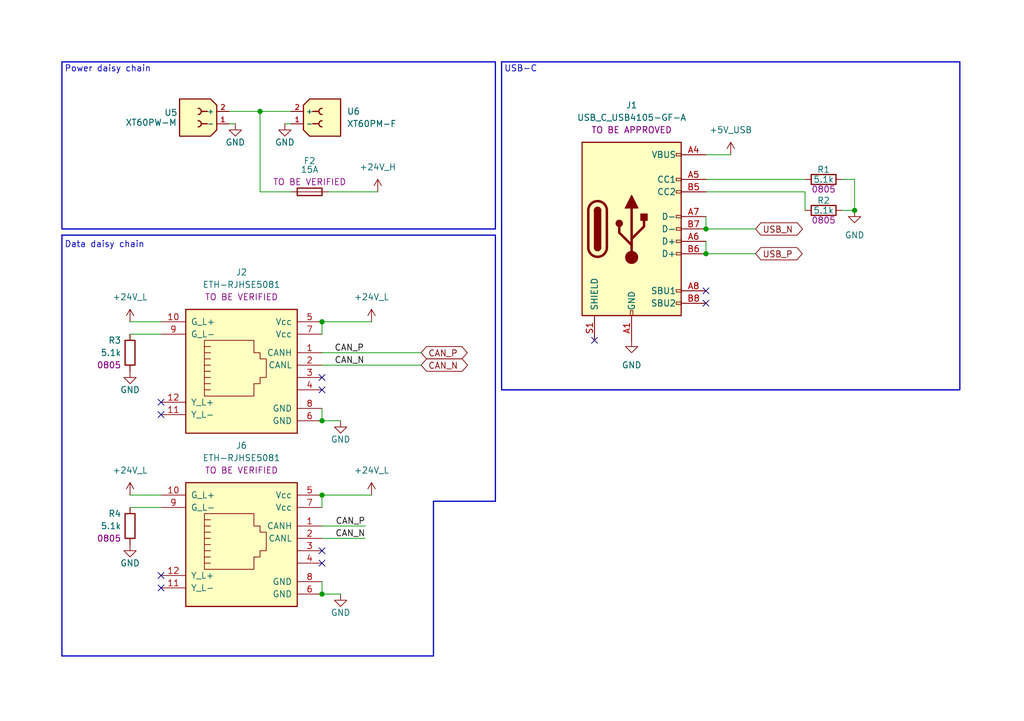
<source format=kicad_sch>
(kicad_sch (version 20231120) (generator "eeschema") (generator_version "8.0")
  (paper "A5")
  (title_block (title "ARM-JL Driver") (date "2025-02-03") (rev "REV0") (company "RobotiqueUdeS") (comment 1 "Made by Philippe Michaud"))
  (lib_symbols
    (symbol "RoverLibrary:ETH-RJHSE5081" (pin_names (offset 1.016))
      (property "Reference" "J" (at 0 9.144 0))
      (property "Value" "ETH-RJHSE5081" (at 0 6.858 0))
      (property "STATUS" "TO BE VERIFIED" (at 0.254 11.43 0))
      (symbol "ETH-RJHSE5081_0_1"
        (polyline (pts (xy 6.35 -3.81) (xy 7.62 -3.81)))
        (polyline (pts (xy 6.35 -2.54) (xy 7.62 -2.54)))
        (polyline (pts (xy 6.35 -5.08) (xy 7.62 -5.08) (xy 7.62 -5.08)))
        (polyline (pts (xy 7.62 -11.43) (xy 6.35 -11.43) (xy 6.35 -11.43)))
        (polyline (pts (xy 7.62 -10.16) (xy 6.35 -10.16) (xy 6.35 -10.16)))
        (polyline (pts (xy 7.62 -8.89) (xy 6.35 -8.89) (xy 6.35 -8.89)))
        (polyline (pts (xy 7.62 -7.62) (xy 6.35 -7.62) (xy 6.35 -7.62)))
        (polyline (pts (xy 7.62 -6.35) (xy 6.35 -6.35) (xy 6.35 -6.35)))
        (polyline (pts (xy 7.62 -12.7) (xy 7.62 -1.27) (xy -2.54 -1.27) (xy -2.54 -3.81) (xy -3.81 -3.81) (xy -3.81 -5.08) (xy -5.08 -5.08) (xy -5.08 -8.89) (xy -3.81 -8.89) (xy -3.81 -10.16) (xy -2.54 -10.16) (xy -2.54 -12.7) (xy 7.62 -12.7) (xy 7.62 -12.7)))
      )
      (symbol "ETH-RJHSE5081_1_1"
        (rectangle (start -11.43 5.08) (end 11.43 -20.32) (stroke (width 0.254)) (fill (type background)))
        (pin bidirectional line (at -16.51 -3.81 0) (length 5.08) (name "CANH") (number "1"))
        (pin passive line (at 16.51 2.54 180) (length 5.08) (name "G_L+") (number "10"))
        (pin passive line (at 16.51 -16.51 180) (length 5.08) (name "Y_L-") (number "11"))
        (pin passive line (at 16.51 -13.97 180) (length 5.08) (name "Y_L+") (number "12"))
        (pin bidirectional line (at -16.51 -6.35 0) (length 5.08) (name "CANL") (number "2"))
        (pin bidirectional line (at -16.51 -8.89 0) (length 5.08) (name "~") (number "3"))
        (pin bidirectional line (at -16.51 -11.43 0) (length 5.08) (name "~") (number "4"))
        (pin power_out line (at -16.51 2.54 0) (length 5.08) (name "Vcc") (number "5"))
        (pin power_in line (at -16.51 -17.78 0) (length 5.08) (name "GND") (number "6"))
        (pin power_in line (at -16.51 0 0) (length 5.08) (name "Vcc") (number "7"))
        (pin passive line (at -16.51 -15.24 0) (length 5.08) (name "GND") (number "8"))
        (pin passive line (at 16.51 0 180) (length 5.08) (name "G_L-") (number "9"))
      )
    )
    (symbol "RoverLibrary:FuseHolder-3588-20" (pin_numbers hide) (pin_names (offset 0))
      (property "Reference" "F" (at 2.032 0 90))
      (property "Value" "FuseHolder-3588-20" (at -1.905 0 90))
      (property "STATUS" "TO BE VERIFIED" (at -4.064 -0.254 90))
      (symbol "FuseHolder-3588-20_0_1"
        (rectangle (start -0.762 2.54) (end 0.762 -2.54) (stroke (width 0.254)))
        (polyline (pts (xy 0 2.54) (xy 0 -2.54)))
      )
      (symbol "FuseHolder-3588-20_1_1"
        (pin power_out line (at 0 3.81 270) (length 1.27) (name "~") (number "1"))
        (pin power_in line (at 0 -3.81 90) (length 1.27) (name "~") (number "2"))
      )
    )
    (symbol "RoverLibrary:R_0805" (pin_numbers hide) (pin_names (offset 0))
      (property "Reference" "R" (at 2.032 0 90))
      (property "Value" "k" (at 0 0 90))
      (property "Package" "0805" (at -2.286 0 90))
      (symbol "R_0805_0_1"
        (rectangle (start -1.016 -2.54) (end 1.016 2.54) (stroke (width 0.254)))
      )
      (symbol "R_0805_1_1"
        (pin passive line (at 0 3.81 270) (length 1.27) (name "~") (number "1"))
        (pin passive line (at 0 -3.81 90) (length 1.27) (name "~") (number "2"))
      )
    )
    (symbol "RoverLibrary:USB_C_USB4115-03-C" (pin_names (offset 1.016))
      (property "Reference" "J" (at 0 22.225 0))
      (property "Value" "USB_C_USB4105-GF-A" (at 0 19.685 0))
      (property "STATUS" "TO BE APPROVED" (at 0 24.13 0))
      (symbol "USB_C_USB4115-03-C_0_0"
        (rectangle (start -0.254 -17.78) (end 0.254 -16.764))
        (rectangle (start 10.16 -14.986) (end 9.144 -15.494))
        (rectangle (start 10.16 -12.446) (end 9.144 -12.954))
        (rectangle (start 10.16 -4.826) (end 9.144 -5.334))
        (rectangle (start 10.16 -2.286) (end 9.144 -2.794))
        (rectangle (start 10.16 0.254) (end 9.144 -0.254))
        (rectangle (start 10.16 2.794) (end 9.144 2.286))
        (rectangle (start 10.16 7.874) (end 9.144 7.366))
        (rectangle (start 10.16 10.414) (end 9.144 9.906))
        (rectangle (start 10.16 15.494) (end 9.144 14.986))
      )
      (symbol "USB_C_USB4115-03-C_0_1"
        (rectangle (start -10.16 17.78) (end 10.16 -17.78) (stroke (width 0.254)) (fill (type background)))
        (arc (start -8.89 -3.81) (mid -6.985 -5.7067) (end -5.08 -3.81) (stroke (width 0.508)))
        (arc (start -7.62 -3.81) (mid -6.985 -4.4423) (end -6.35 -3.81) (stroke (width 0.254)))
        (arc (start -7.62 -3.81) (mid -6.985 -4.4423) (end -6.35 -3.81) (stroke (width 0.254)) (fill (type outline)))
        (rectangle (start -7.62 -3.81) (end -6.35 3.81) (stroke (width 0.254)) (fill (type outline)))
        (arc (start -6.35 3.81) (mid -6.985 4.4423) (end -7.62 3.81) (stroke (width 0.254)))
        (arc (start -6.35 3.81) (mid -6.985 4.4423) (end -7.62 3.81) (stroke (width 0.254)) (fill (type outline)))
        (arc (start -5.08 3.81) (mid -6.985 5.7067) (end -8.89 3.81) (stroke (width 0.508)))
        (circle (center -2.54 1.143) (radius 0.635) (stroke (width 0.254)) (fill (type outline)))
        (circle (center 0 -5.842) (radius 1.27) (fill (type outline)))
        (polyline (pts (xy -8.89 -3.81) (xy -8.89 3.81)) (stroke (width 0.508)))
        (polyline (pts (xy -5.08 3.81) (xy -5.08 -3.81)) (stroke (width 0.508)))
        (polyline (pts (xy 0 -5.842) (xy 0 4.318)) (stroke (width 0.508)))
        (polyline (pts (xy 0 -3.302) (xy -2.54 -0.762) (xy -2.54 0.508)) (stroke (width 0.508)))
        (polyline (pts (xy 0 -2.032) (xy 2.54 0.508) (xy 2.54 1.778)) (stroke (width 0.508)))
        (polyline (pts (xy -1.27 4.318) (xy 0 6.858) (xy 1.27 4.318) (xy -1.27 4.318)) (stroke (width 0.254)) (fill (type outline)))
        (rectangle (start 1.905 1.778) (end 3.175 3.048) (stroke (width 0.254)) (fill (type outline)))
      )
      (symbol "USB_C_USB4115-03-C_1_1"
        (pin power_out line (at 0 -22.86 90) (length 5.08) (name "GND") (number "A1"))
        (pin power_in line (at 0 -22.86 90) (length 5.08) hide (name "GND") (number "A12"))
        (pin power_out line (at 15.24 15.24 180) (length 5.08) (name "VBUS") (number "A4"))
        (pin bidirectional line (at 15.24 10.16 180) (length 5.08) (name "CC1") (number "A5"))
        (pin bidirectional line (at 15.24 -2.54 180) (length 5.08) (name "D+") (number "A6"))
        (pin bidirectional line (at 15.24 2.54 180) (length 5.08) (name "D-") (number "A7"))
        (pin bidirectional line (at 15.24 -12.7 180) (length 5.08) (name "SBU1") (number "A8"))
        (pin power_in line (at 15.24 15.24 180) (length 5.08) hide (name "VBUS") (number "A9"))
        (pin power_in line (at 0 -22.86 90) (length 5.08) hide (name "GND") (number "B1"))
        (pin power_in line (at 0 -22.86 90) (length 5.08) hide (name "GND") (number "B12"))
        (pin power_in line (at 15.24 15.24 180) (length 5.08) hide (name "VBUS") (number "B4"))
        (pin bidirectional line (at 15.24 7.62 180) (length 5.08) (name "CC2") (number "B5"))
        (pin bidirectional line (at 15.24 -5.08 180) (length 5.08) (name "D+") (number "B6"))
        (pin bidirectional line (at 15.24 0 180) (length 5.08) (name "D-") (number "B7"))
        (pin bidirectional line (at 15.24 -15.24 180) (length 5.08) (name "SBU2") (number "B8"))
        (pin power_in line (at 15.24 15.24 180) (length 5.08) hide (name "VBUS") (number "B9"))
        (pin power_in line (at -7.62 -22.86 90) (length 5.08) (name "SHIELD") (number "S1"))
      )
    )
    (symbol "RoverLibrary:XT60PW-F"
      (property "Reference" "U" (at 0 0 0))
      (property "Value" "XT60PM-F" (at 0 -1.524 0))
      (symbol "XT60PW-F_0_0"
        (polyline (pts (xy 1.9077 -7.62) (xy 0.6377 -7.62)) (stroke (width 0.254)))
        (polyline (pts (xy 1.9077 -5.08) (xy 0.6377 -5.08)) (stroke (width 0.254)))
        (arc (start 0.0027 -8.255) (mid 0.635 -7.62) (end 0.0027 -6.985) (stroke (width 0.254)))
        (arc (start 0.0027 -5.715) (mid 0.635 -5.08) (end 0.0027 -4.445) (stroke (width 0.254)))
      )
      (symbol "XT60PW-F_1_0"
        (polyline (pts (xy -3.81 -2.54) (xy 2.54 -2.54) (xy 2.54 -2.54) (xy 3.81 -3.81) (xy 3.81 -8.89) (xy 2.54 -10.16) (xy -3.81 -10.16) (xy -3.81 -2.54)) (stroke (width 0.254)) (fill (type background)))
        (pin power_in line (at 6.35 -7.62 180) (length 2.54) (name "-") (number "1"))
        (pin power_in line (at 6.35 -5.08 180) (length 2.54) (name "+") (number "2"))
      )
    )
    (symbol "RoverLibrary:XT60PW-M"
      (property "Reference" "U" (at 0 0 0))
      (property "Value" "XT60PW-M" (at 0 -1.524 0))
      (symbol "XT60PW-M_0_0"
        (polyline (pts (xy 1.9077 -7.62) (xy 0.6377 -7.62)) (stroke (width 0.254)))
        (polyline (pts (xy 1.9077 -5.08) (xy 0.6377 -5.08)) (stroke (width 0.254)))
        (arc (start 0.0027 -8.255) (mid 0.635 -7.62) (end 0.0027 -6.985) (stroke (width 0.254)))
        (arc (start 0.0027 -5.715) (mid 0.635 -5.08) (end 0.0027 -4.445) (stroke (width 0.254)))
      )
      (symbol "XT60PW-M_1_0"
        (polyline (pts (xy -3.81 -2.54) (xy 2.54 -2.54) (xy 2.54 -2.54) (xy 3.81 -3.81) (xy 3.81 -8.89) (xy 2.54 -10.16) (xy -3.81 -10.16) (xy -3.81 -2.54)) (stroke (width 0.254)) (fill (type background)))
        (pin power_out line (at 6.35 -7.62 180) (length 2.54) (name "-") (number "1"))
        (pin power_out line (at 6.35 -5.08 180) (length 2.54) (name "+") (number "2"))
      )
    )
    (symbol "power:+24V" (power) (pin_numbers hide) (pin_names (offset 0) hide)
      (property "Value" "+24V" (at 0 3.556 0))
      (symbol "+24V_0_1"
        (polyline (pts (xy -0.762 1.27) (xy 0 2.54)))
        (polyline (pts (xy 0 0) (xy 0 2.54)))
        (polyline (pts (xy 0 2.54) (xy 0.762 1.27)))
      )
      (symbol "+24V_1_1"
        (pin power_in line (at 0 0 90) (length 0) (name "~") (number "1"))
      )
    )
    (symbol "power:+5V" (power) (pin_numbers hide) (pin_names (offset 0) hide)
      (property "Value" "+5V" (at 0 3.556 0))
      (symbol "+5V_0_1"
        (polyline (pts (xy -0.762 1.27) (xy 0 2.54)))
        (polyline (pts (xy 0 0) (xy 0 2.54)))
        (polyline (pts (xy 0 2.54) (xy 0.762 1.27)))
      )
      (symbol "+5V_1_1"
        (pin power_in line (at 0 0 90) (length 0) (name "~") (number "1"))
      )
    )
    (symbol "power:GND" (power) (pin_numbers hide) (pin_names (offset 0) hide)
      (property "Value" "GND" (at 0 -3.81 0))
      (symbol "GND_0_1"
        (polyline (pts (xy 0 0) (xy 0 -1.27) (xy 1.27 -1.27) (xy 0 -2.54) (xy -1.27 -1.27) (xy 0 -1.27)))
      )
      (symbol "GND_1_1"
        (pin power_in line (at 0 0 270) (length 0) (name "~") (number "1"))
      )
    )
  )
  (junction (at 144.78 52.07))
  (junction (at 175.26 43.18))
  (junction (at 66.04 101.6))
  (junction (at 66.04 66.04))
  (junction (at 66.04 86.36))
  (junction (at 53.34 22.86))
  (junction (at 144.78 46.99))
  (junction (at 66.04 121.92))
  (no_connect (at 121.92 69.85))
  (no_connect (at 66.04 77.47))
  (no_connect (at 33.02 118.11))
  (no_connect (at 33.02 85.09))
  (no_connect (at 144.78 62.23))
  (no_connect (at 66.04 113.03))
  (no_connect (at 33.02 120.65))
  (no_connect (at 66.04 80.01))
  (no_connect (at 66.04 115.57))
  (no_connect (at 144.78 59.69))
  (no_connect (at 33.02 82.55))
  (wire (pts (xy 76.2 101.6) (xy 66.04 101.6)))
  (wire (pts (xy 74.93 107.95) (xy 66.04 107.95)))
  (wire (pts (xy 46.99 22.86) (xy 53.34 22.86)))
  (wire (pts (xy 76.2 66.04) (xy 66.04 66.04)))
  (wire (pts (xy 172.72 43.18) (xy 175.26 43.18)))
  (wire (pts (xy 66.04 66.04) (xy 66.04 68.58)))
  (wire (pts (xy 53.34 22.86) (xy 53.34 39.37)))
  (wire (pts (xy 26.67 66.04) (xy 33.02 66.04)))
  (wire (pts (xy 48.26 25.4) (xy 46.99 25.4)))
  (wire (pts (xy 144.78 49.53) (xy 144.78 52.07)))
  (wire (pts (xy 53.34 39.37) (xy 59.69 39.37)))
  (wire (pts (xy 172.72 36.83) (xy 175.26 36.83)))
  (wire (pts (xy 165.1 39.37) (xy 144.78 39.37)))
  (wire (pts (xy 144.78 46.99) (xy 154.94 46.99)))
  (wire (pts (xy 69.85 86.36) (xy 66.04 86.36)))
  (wire (pts (xy 66.04 119.38) (xy 66.04 121.92)))
  (wire (pts (xy 66.04 72.39) (xy 86.36 72.39)))
  (wire (pts (xy 144.78 36.83) (xy 165.1 36.83)))
  (wire (pts (xy 66.04 74.93) (xy 86.36 74.93)))
  (polyline (pts (xy 101.6 48.26) (xy 101.6 102.87)) (stroke (width 0.254)))
  (wire (pts (xy 53.34 22.86) (xy 59.69 22.86)))
  (polyline (pts (xy 12.7 48.26) (xy 12.7 134.62)) (stroke (width 0.254)))
  (polyline (pts (xy 101.6 102.87) (xy 88.9 102.87)) (stroke (width 0.254)))
  (wire (pts (xy 26.67 68.58) (xy 33.02 68.58)))
  (wire (pts (xy 66.04 83.82) (xy 66.04 86.36)))
  (wire (pts (xy 149.86 31.75) (xy 144.78 31.75)))
  (wire (pts (xy 175.26 36.83) (xy 175.26 43.18)))
  (wire (pts (xy 26.67 104.14) (xy 33.02 104.14)))
  (wire (pts (xy 66.04 101.6) (xy 66.04 104.14)))
  (polyline (pts (xy 12.7 48.26) (xy 101.6 48.26)) (stroke (width 0.254)))
  (wire (pts (xy 154.94 52.07) (xy 144.78 52.07)))
  (wire (pts (xy 69.85 121.92) (xy 66.04 121.92)))
  (wire (pts (xy 26.67 101.6) (xy 33.02 101.6)))
  (wire (pts (xy 66.04 110.49) (xy 74.93 110.49)))
  (polyline (pts (xy 88.9 102.87) (xy 88.9 134.62)) (stroke (width 0.254)))
  (wire (pts (xy 58.42 25.4) (xy 59.69 25.4)))
  (wire (pts (xy 144.78 44.45) (xy 144.78 46.99)))
  (wire (pts (xy 165.1 39.37) (xy 165.1 43.18)))
  (wire (pts (xy 77.47 39.37) (xy 67.31 39.37)))
  (polyline (pts (xy 88.9 134.62) (xy 12.7 134.62)) (stroke (width 0.254)))
  (rectangle (start 12.7 12.7) (end 101.6 46.99) (stroke (width 0.254)))
  (rectangle (start 102.87 12.7) (end 196.85 80.01) (stroke (width 0.254)))
  (text "Data daisy chain" (at 13.208 50.292 0) (effects (font (size 1.27 1.27)) (justify left)))
  (text "USB-C" (at 103.378 14.224 0) (effects (font (size 1.27 1.27)) (justify left)))
  (text "Power daisy chain" (at 13.208 14.224 0) (effects (font (size 1.27 1.27)) (justify left)))
  (label "CAN_N" (at 74.93 110.49 180))
  (label "CAN_P" (at 74.93 107.95 180))
  (label "CAN_N" (at 68.58 74.93 0))
  (label "CAN_P" (at 68.5711 72.39 0))
  (global_label "USB_N" (shape bidirectional) (at 154.94 46.99 0) (property "Intersheetrefs" "${INTERSHEET_REFS}" (effects (hide yes))))
  (global_label "CAN_P" (shape bidirectional) (at 86.36 72.39 0) (property "Intersheetrefs" "${INTERSHEET_REFS}" (effects (hide yes))))
  (global_label "CAN_N" (shape bidirectional) (at 86.36 74.93 0) (property "Intersheetrefs" "${INTERSHEET_REFS}" (effects (hide yes))))
  (global_label "USB_P" (shape bidirectional) (at 154.94 52.07 0) (property "Intersheetrefs" "${INTERSHEET_REFS}" (effects (hide yes))))
  (symbol (lib_id "power:+24V") (at 76.2 66.04 0) (mirror y) (unit 1)
    (property "Reference" "#PWR024" (effects (hide yes)))
    (property "Value" "+24V_L" (at 76.2 60.96 0))
    (property "Description" "Power symbol creates a global label with name \"+24V\"" (effects (hide yes)))
  )
  (symbol (lib_id "power:GND") (at 69.85 86.36 0) (unit 1)
    (property "Reference" "#PWR012" (effects (hide yes)))
    (property "Value" "GND" (at 69.85 90.17 0))
    (property "Description" "Power symbol creates a global label with name \"GND\" , ground" (effects (hide yes)))
  )
  (symbol (lib_id "power:GND") (at 129.54 69.85 0) (unit 1)
    (property "Reference" "#PWR06" (effects (hide yes)))
    (property "Value" "GND" (at 129.54 74.93 0))
    (property "Description" "Power symbol creates a global label with name \"GND\" , ground" (effects (hide yes)))
  )
  (symbol (lib_id "RoverLibrary:R_0805") (at 26.67 72.39 0) (unit 1)
    (property "Reference" "R3" (at 24.892 69.85 0) (effects (justify right)))
    (property "Value" "5.1k" (at 24.892 72.39 0) (effects (justify right)))
    (property "Footprint" "Resistor_SMD:R_0805_2012Metric_Pad1.20x1.40mm_HandSolder" (effects (hide yes)))
    (property "Description" "Resistor" (effects (hide yes)))
    (property "Package" "0805" (at 24.892 74.93 0) (effects (justify right)))
  )
  (symbol (lib_id "power:+24V") (at 26.67 66.04 0) (mirror y) (unit 1)
    (property "Reference" "#PWR016" (effects (hide yes)))
    (property "Value" "+24V_L" (at 26.67 60.96 0))
    (property "Description" "Power symbol creates a global label with name \"+24V\"" (effects (hide yes)))
  )
  (symbol (lib_id "RoverLibrary:USB_C_USB4115-03-C") (at 129.54 46.99 0) (unit 1)
    (property "Reference" "J1" (at 129.54 21.59 0))
    (property "Value" "USB_C_USB4105-GF-A" (at 129.54 24.13 0))
    (property "Footprint" "RoverFootprint:USB4145_GCT" (effects (hide yes)))
    (property "Datasheet" "https://www.usb.org/sites/default/files/documents/usb_type-c.zip" (effects (hide yes)))
    (property "Description" "USB 2.0-only 16P Type-C Receptacle connector" (effects (hide yes)))
    (property "STATUS" "TO BE APPROVED" (at 129.54 26.67 0))
  )
  (symbol (lib_id "power:+24V") (at 76.2 101.6 0) (mirror y) (unit 1)
    (property "Reference" "#PWR025" (effects (hide yes)))
    (property "Value" "+24V_L" (at 76.2 96.52 0))
    (property "Description" "Power symbol creates a global label with name \"+24V\"" (effects (hide yes)))
  )
  (symbol (lib_id "power:GND") (at 175.26 43.18 0) (unit 1)
    (property "Reference" "#PWR05" (effects (hide yes)))
    (property "Value" "GND" (at 175.26 48.26 0))
    (property "Description" "Power symbol creates a global label with name \"GND\" , ground" (effects (hide yes)))
  )
  (symbol (lib_id "RoverLibrary:XT60PW-M") (at 40.64 17.78 0) (unit 1)
    (property "Reference" "U5" (at 35.052 23.114 0))
    (property "Value" "XT60PW-M" (at 30.988 25.146 0))
    (property "Footprint" "RoverFootprint:AMASS_XT60PW-M_1x02_P7.20mm_Horizontal" (effects (hide yes)))
    (property "STATUS" "APPROVED" (effects (hide yes)))
  )
  (symbol (lib_id "RoverLibrary:R_0805") (at 168.91 43.18 90) (unit 1)
    (property "Reference" "R2" (at 168.91 41.148 90))
    (property "Value" "5.1k" (at 168.91 43.18 90))
    (property "Footprint" "Resistor_SMD:R_0805_2012Metric_Pad1.20x1.40mm_HandSolder" (effects (hide yes)))
    (property "Description" "Resistor" (effects (hide yes)))
    (property "Package" "0805" (at 168.91 45.212 90))
  )
  (symbol (lib_id "RoverLibrary:R_0805") (at 168.91 36.83 90) (unit 1)
    (property "Reference" "R1" (at 168.91 34.798 90))
    (property "Value" "5.1k" (at 168.91 36.83 90))
    (property "Footprint" "Resistor_SMD:R_0805_2012Metric_Pad1.20x1.40mm_HandSolder" (effects (hide yes)))
    (property "Description" "Resistor" (effects (hide yes)))
    (property "Package" "0805" (at 168.91 38.862 90))
  )
  (symbol (lib_id "power:GND") (at 26.67 111.76 0) (unit 1)
    (property "Reference" "#PWR019" (effects (hide yes)))
    (property "Value" "GND" (at 26.67 115.57 0))
    (property "Description" "Power symbol creates a global label with name \"GND\" , ground" (effects (hide yes)))
  )
  (symbol (lib_id "power:+5V") (at 149.86 31.75 0) (unit 1)
    (property "Reference" "#PWR04" (effects (hide yes)))
    (property "Value" "+5V_USB" (at 149.86 26.67 0))
    (property "Description" "Power symbol creates a global label with name \"+5V\"" (effects (hide yes)))
  )
  (symbol (lib_id "power:GND") (at 26.67 76.2 0) (unit 1)
    (property "Reference" "#PWR017" (effects (hide yes)))
    (property "Value" "GND" (at 26.67 80.01 0))
    (property "Description" "Power symbol creates a global label with name \"GND\" , ground" (effects (hide yes)))
  )
  (symbol (lib_id "power:+24V") (at 77.47 39.37 0) (unit 1)
    (property "Reference" "#PWR026" (effects (hide yes)))
    (property "Value" "+24V_H" (at 77.47 34.29 0))
    (property "Description" "Power symbol creates a global label with name \"+24V\"" (effects (hide yes)))
  )
  (symbol (lib_id "RoverLibrary:R_0805") (at 26.67 107.95 0) (unit 1)
    (property "Reference" "R4" (at 24.892 105.41 0) (effects (justify right)))
    (property "Value" "5.1k" (at 24.892 107.95 0) (effects (justify right)))
    (property "Footprint" "Resistor_SMD:R_0805_2012Metric_Pad1.20x1.40mm_HandSolder" (effects (hide yes)))
    (property "Description" "Resistor" (effects (hide yes)))
    (property "Package" "0805" (at 24.892 110.49 0) (effects (justify right)))
  )
  (symbol (lib_id "power:GND") (at 58.42 25.4 0) (unit 1)
    (property "Reference" "#PWR021" (effects (hide yes)))
    (property "Value" "GND" (at 58.42 29.21 0))
    (property "Description" "Power symbol creates a global label with name \"GND\" , ground" (effects (hide yes)))
  )
  (symbol (lib_id "RoverLibrary:XT60PW-F") (at 66.04 17.78 0) (mirror y) (unit 1)
    (property "Reference" "U6" (at 71.12 22.8599 0) (effects (justify right)))
    (property "Value" "XT60PM-F" (at 71.12 25.3999 0) (effects (justify right)))
    (property "Footprint" "RoverFootprint:AMASS_XT60PW-F_1x02_P7.20mm_Horizontal" (effects (hide yes)))
    (property "STATUS" "APPROVED" (effects (hide yes)))
  )
  (symbol (lib_id "RoverLibrary:ETH-RJHSE5081") (at 49.53 104.14 0) (mirror y) (unit 1)
    (property "Reference" "J6" (at 49.53 91.44 0))
    (property "Value" "ETH-RJHSE5081" (at 49.53 93.98 0))
    (property "Footprint" "RoverFootprint:ETH-RJHSE5081" (effects (hide yes)))
    (property "Description" "RJ connector, 8P8C (8 positions 8 connected), RJ31/RJ32/RJ33/RJ34/RJ35/RJ41/RJ45/RJ49/RJ61" (effects (hide yes)))
    (property "STATUS" "TO BE VERIFIED" (at 49.53 96.52 0))
  )
  (symbol (lib_id "power:+24V") (at 26.67 101.6 0) (mirror y) (unit 1)
    (property "Reference" "#PWR018" (effects (hide yes)))
    (property "Value" "+24V_L" (at 26.67 96.52 0))
    (property "Description" "Power symbol creates a global label with name \"+24V\"" (effects (hide yes)))
  )
  (symbol (lib_id "power:GND") (at 48.26 25.4 0) (unit 1)
    (property "Reference" "#PWR020" (effects (hide yes)))
    (property "Value" "GND" (at 48.26 29.21 0))
    (property "Description" "Power symbol creates a global label with name \"GND\" , ground" (effects (hide yes)))
  )
  (symbol (lib_id "RoverLibrary:ETH-RJHSE5081") (at 49.53 68.58 0) (mirror y) (unit 1)
    (property "Reference" "J2" (at 49.53 55.88 0))
    (property "Value" "ETH-RJHSE5081" (at 49.53 58.42 0))
    (property "Footprint" "RoverFootprint:ETH-RJHSE5081" (effects (hide yes)))
    (property "Description" "RJ connector, 8P8C (8 positions 8 connected), RJ31/RJ32/RJ33/RJ34/RJ35/RJ41/RJ45/RJ49/RJ61" (effects (hide yes)))
    (property "STATUS" "TO BE VERIFIED" (at 49.53 60.96 0))
  )
  (symbol (lib_id "power:GND") (at 69.85 121.92 0) (unit 1)
    (property "Reference" "#PWR023" (effects (hide yes)))
    (property "Value" "GND" (at 69.85 125.73 0))
    (property "Description" "Power symbol creates a global label with name \"GND\" , ground" (effects (hide yes)))
  )
  (symbol (lib_id "RoverLibrary:FuseHolder-3588-20") (at 63.5 39.37 270) (mirror x) (unit 1)
    (property "Reference" "F2" (at 63.5 33.02 90))
    (property "Value" "15A" (at 63.5 34.798 90))
    (property "Footprint" "RoverFootprint:FuseHolder-3588-20" (effects (hide yes)))
    (property "Description" "FuseHolder SMD 20A Max" (effects (hide yes)))
    (property "STATUS" "TO BE VERIFIED" (at 63.5 37.338 90))
  )
)
</source>
